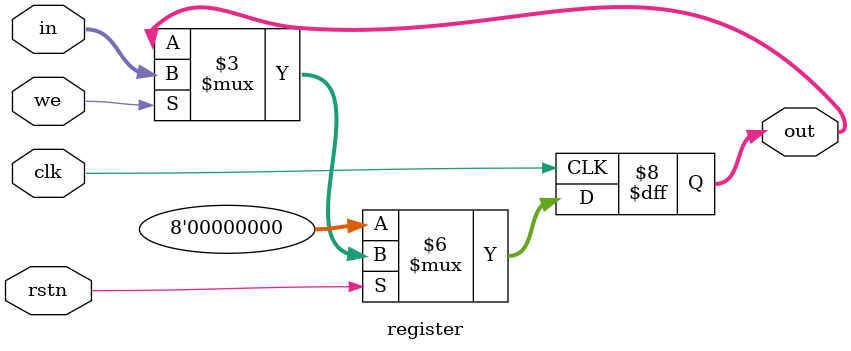
<source format=v>
module register #(parameter N = 8) (
  input              clk,  // clock
  input              rstn, // sync active low reset
  input              we,   // write enable signal
  input      [N-1:0] in,   // input data
  output reg [N-1:0] out   // output data
  );

  always @(posedge clk)
    if (!rstn)
      out <= 0;
    else if (we)
      out <= in;

endmodule


</source>
